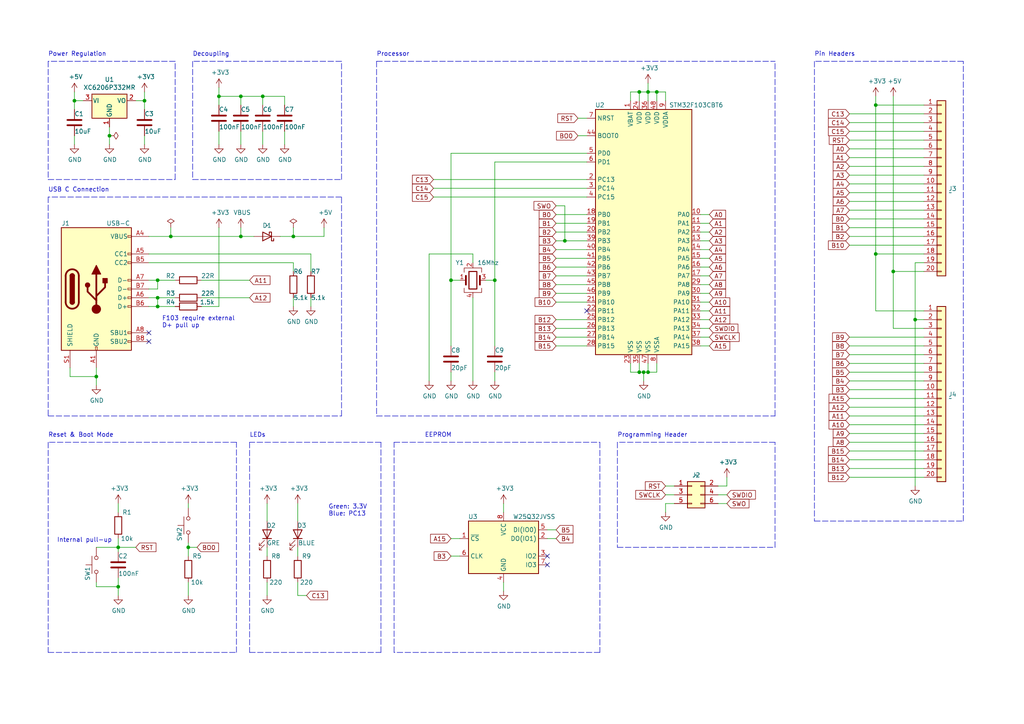
<source format=kicad_sch>
(kicad_sch (version 20250114) (generator "eeschema") (generator_version "9.0")
  (paper "A4")
  (title_block (title "Green Pill") (rev "e") (company "Lars Boegild Thomsen") (comment 1 "STM32 Development Board") (comment 2 "lbthomsen@gmail.com"))
  (text "Decoupling" (at 55.88 16.51 0) (effects (font (size 1.27 1.27)) (justify left bottom)))
  (text "Green: 3.3V\nBlue: PC13" (at 95.25 149.86 0) (effects (font (size 1.27 1.27)) (justify left bottom)))
  (text "Processor" (at 109.22 16.51 0) (effects (font (size 1.27 1.27)) (justify left bottom)))
  (text "Reset & Boot Mode" (at 13.97 127 0) (effects (font (size 1.27 1.27)) (justify left bottom)))
  (text "USB C Connection" (at 13.97 55.88 0) (effects (font (size 1.27 1.27)) (justify left bottom)))
  (text "Internal pull-up" (at 16.51 157.48 0) (effects (font (size 1.27 1.27)) (justify left bottom)))
  (text "Power Regulation" (at 13.97 16.51 0) (effects (font (size 1.27 1.27)) (justify left bottom)))
  (text "Pin Headers" (at 236.22 16.51 0) (effects (font (size 1.27 1.27)) (justify left bottom)))
  (text "F103 require external\nD+ pull up" (at 46.99 95.25 0) (effects (font (size 1.27 1.27)) (justify left bottom)))
  (text "Programming Header" (at 179.07 127 0) (effects (font (size 1.27 1.27)) (justify left bottom)))
  (text "LEDs" (at 72.39 127 0) (effects (font (size 1.27 1.27)) (justify left bottom)))
  (text "EEPROM" (at 123.19 127 0) (effects (font (size 1.27 1.27)) (justify left bottom)))
  (junction (at 45.72 86.36))
  (junction (at 143.51 81.28))
  (junction (at 45.72 88.9))
  (junction (at 186.69 107.95))
  (junction (at 265.43 92.71))
  (junction (at 259.08 78.74))
  (junction (at 63.5 27.94))
  (junction (at 54.61 158.75))
  (junction (at 185.42 107.95))
  (junction (at 41.91 29.21))
  (junction (at 69.85 68.58))
  (junction (at 163.83 69.85))
  (junction (at 34.29 158.75))
  (junction (at 130.81 81.28))
  (junction (at 21.59 29.21))
  (junction (at 45.72 81.28))
  (junction (at 254 30.48))
  (junction (at 187.96 107.95))
  (junction (at 31.75 39.37))
  (junction (at 27.94 109.22))
  (junction (at 190.5 26.67))
  (junction (at 185.42 26.67))
  (junction (at 69.85 27.94))
  (junction (at 85.09 68.58))
  (junction (at 187.96 26.67))
  (junction (at 49.53 68.58))
  (junction (at 76.2 27.94))
  (junction (at 254 73.66))
  (junction (at 34.29 170.18))
  (no_connect (at 43.18 99.06))
  (no_connect (at 170.18 90.17))
  (no_connect (at 158.75 161.29))
  (no_connect (at 158.75 163.83))
  (no_connect (at 330.2 161.29))
  (no_connect (at 43.18 96.52))
  (wire (pts (xy 69.85 68.58) (xy 73.66 68.58)))
  (wire (pts (xy 143.51 107.95) (xy 143.51 110.49)))
  (wire (pts (xy 161.29 59.69) (xy 163.83 59.69)))
  (wire (pts (xy 85.09 68.58) (xy 93.98 68.58)))
  (wire (pts (xy 77.47 172.72) (xy 77.47 168.91)))
  (wire (pts (xy 205.74 80.01) (xy 203.2 80.01)))
  (wire (pts (xy 45.72 81.28) (xy 50.8 81.28)))
  (wire (pts (xy 254 73.66) (xy 254 90.17)))
  (wire (pts (xy 190.5 107.95) (xy 190.5 105.41)))
  (wire (pts (xy 203.2 72.39) (xy 205.74 72.39)))
  (polyline (pts (xy 279.4 151.13) (xy 279.4 17.78)) (stroke (width 0) (type dash)))
  (polyline (pts (xy 114.3 128.27) (xy 173.99 128.27)) (stroke (width 0) (type dash)))
  (wire (pts (xy 85.09 76.2) (xy 43.18 76.2)))
  (wire (pts (xy 163.83 69.85) (xy 161.29 69.85)))
  (wire (pts (xy 45.72 88.9) (xy 45.72 86.36)))
  (wire (pts (xy 246.38 66.04) (xy 267.97 66.04)))
  (wire (pts (xy 208.28 140.97) (xy 210.82 140.97)))
  (polyline (pts (xy 13.97 52.07) (xy 50.8 52.07)) (stroke (width 0) (type dash)))
  (wire (pts (xy 185.42 29.21) (xy 185.42 26.67)))
  (wire (pts (xy 193.04 146.05) (xy 195.58 146.05)))
  (wire (pts (xy 267.97 63.5) (xy 246.38 63.5)))
  (wire (pts (xy 54.61 146.05) (xy 54.61 147.32)))
  (wire (pts (xy 140.97 81.28) (xy 143.51 81.28)))
  (wire (pts (xy 161.29 92.71) (xy 170.18 92.71)))
  (polyline (pts (xy 50.8 17.78) (xy 13.97 17.78)) (stroke (width 0) (type dash)))
  (wire (pts (xy 54.61 158.75) (xy 54.61 161.29)))
  (wire (pts (xy 246.38 40.64) (xy 267.97 40.64)))
  (wire (pts (xy 246.38 71.12) (xy 267.97 71.12)))
  (wire (pts (xy 54.61 168.91) (xy 54.61 172.72)))
  (wire (pts (xy 77.47 161.29) (xy 77.47 158.75)))
  (wire (pts (xy 57.15 158.75) (xy 54.61 158.75)))
  (wire (pts (xy 203.2 85.09) (xy 205.74 85.09)))
  (wire (pts (xy 190.5 29.21) (xy 190.5 26.67)))
  (wire (pts (xy 182.88 26.67) (xy 185.42 26.67)))
  (wire (pts (xy 254 90.17) (xy 267.97 90.17)))
  (polyline (pts (xy 173.99 189.23) (xy 114.3 189.23)) (stroke (width 0) (type dash)))
  (wire (pts (xy 45.72 86.36) (xy 50.8 86.36)))
  (wire (pts (xy 203.2 62.23) (xy 205.74 62.23)))
  (wire (pts (xy 203.2 67.31) (xy 205.74 67.31)))
  (wire (pts (xy 41.91 29.21) (xy 41.91 26.67)))
  (wire (pts (xy 133.35 156.21) (xy 130.81 156.21)))
  (wire (pts (xy 130.81 161.29) (xy 133.35 161.29)))
  (wire (pts (xy 49.53 66.04) (xy 49.53 68.58)))
  (wire (pts (xy 146.05 146.05) (xy 146.05 148.59)))
  (wire (pts (xy 267.97 92.71) (xy 265.43 92.71)))
  (wire (pts (xy 246.38 128.27) (xy 267.97 128.27)))
  (wire (pts (xy 69.85 30.48) (xy 69.85 27.94)))
  (wire (pts (xy 170.18 100.33) (xy 161.29 100.33)))
  (wire (pts (xy 246.38 100.33) (xy 267.97 100.33)))
  (wire (pts (xy 72.39 81.28) (xy 58.42 81.28)))
  (wire (pts (xy 193.04 148.59) (xy 193.04 146.05)))
  (wire (pts (xy 187.96 24.13) (xy 187.96 26.67)))
  (wire (pts (xy 43.18 83.82) (xy 45.72 83.82)))
  (wire (pts (xy 27.94 170.18) (xy 34.29 170.18)))
  (polyline (pts (xy 99.06 120.65) (xy 99.06 57.15)) (stroke (width 0) (type dash)))
  (wire (pts (xy 186.69 110.49) (xy 186.69 107.95)))
  (wire (pts (xy 161.29 77.47) (xy 170.18 77.47)))
  (wire (pts (xy 267.97 35.56) (xy 246.38 35.56)))
  (wire (pts (xy 254 30.48) (xy 254 73.66)))
  (wire (pts (xy 158.75 156.21) (xy 161.29 156.21)))
  (wire (pts (xy 267.97 102.87) (xy 246.38 102.87)))
  (polyline (pts (xy 224.79 128.27) (xy 179.07 128.27)) (stroke (width 0) (type dash)))
  (wire (pts (xy 246.38 123.19) (xy 267.97 123.19)))
  (wire (pts (xy 45.72 86.36) (xy 43.18 86.36)))
  (wire (pts (xy 185.42 26.67) (xy 187.96 26.67)))
  (wire (pts (xy 161.29 67.31) (xy 170.18 67.31)))
  (wire (pts (xy 161.29 72.39) (xy 170.18 72.39)))
  (wire (pts (xy 69.85 66.04) (xy 69.85 68.58)))
  (wire (pts (xy 43.18 68.58) (xy 49.53 68.58)))
  (wire (pts (xy 143.51 46.99) (xy 170.18 46.99)))
  (wire (pts (xy 125.73 57.15) (xy 170.18 57.15)))
  (wire (pts (xy 125.73 52.07) (xy 170.18 52.07)))
  (polyline (pts (xy 13.97 120.65) (xy 99.06 120.65)) (stroke (width 0) (type dash)))
  (polyline (pts (xy 109.22 17.78) (xy 224.79 17.78)) (stroke (width 0) (type dash)))
  (polyline (pts (xy 236.22 151.13) (xy 279.4 151.13)) (stroke (width 0) (type dash)))
  (wire (pts (xy 76.2 30.48) (xy 76.2 27.94)))
  (wire (pts (xy 77.47 151.13) (xy 77.47 146.05)))
  (polyline (pts (xy 279.4 17.78) (xy 236.22 17.78)) (stroke (width 0) (type dash)))
  (wire (pts (xy 41.91 31.75) (xy 41.91 29.21)))
  (wire (pts (xy 86.36 168.91) (xy 86.36 172.72)))
  (wire (pts (xy 85.09 78.74) (xy 85.09 76.2)))
  (wire (pts (xy 76.2 27.94) (xy 82.55 27.94)))
  (wire (pts (xy 246.38 120.65) (xy 267.97 120.65)))
  (wire (pts (xy 205.74 92.71) (xy 203.2 92.71)))
  (wire (pts (xy 187.96 29.21) (xy 187.96 26.67)))
  (wire (pts (xy 246.38 105.41) (xy 267.97 105.41)))
  (wire (pts (xy 265.43 76.2) (xy 267.97 76.2)))
  (wire (pts (xy 246.38 138.43) (xy 267.97 138.43)))
  (polyline (pts (xy 224.79 120.65) (xy 224.79 17.78)) (stroke (width 0) (type dash)))
  (wire (pts (xy 267.97 118.11) (xy 246.38 118.11)))
  (wire (pts (xy 137.16 73.66) (xy 124.46 73.66)))
  (wire (pts (xy 185.42 105.41) (xy 185.42 107.95)))
  (wire (pts (xy 63.5 41.91) (xy 63.5 38.1)))
  (wire (pts (xy 50.8 88.9) (xy 45.72 88.9)))
  (wire (pts (xy 146.05 168.91) (xy 146.05 171.45)))
  (wire (pts (xy 86.36 172.72) (xy 88.9 172.72)))
  (polyline (pts (xy 99.06 52.07) (xy 99.06 17.78)) (stroke (width 0) (type dash)))
  (polyline (pts (xy 99.06 57.15) (xy 13.97 57.15)) (stroke (width 0) (type dash)))
  (wire (pts (xy 267.97 55.88) (xy 246.38 55.88)))
  (wire (pts (xy 182.88 105.41) (xy 182.88 107.95)))
  (polyline (pts (xy 173.99 128.27) (xy 173.99 189.23)) (stroke (width 0) (type dash)))
  (wire (pts (xy 170.18 69.85) (xy 163.83 69.85)))
  (wire (pts (xy 205.74 64.77) (xy 203.2 64.77)))
  (wire (pts (xy 86.36 158.75) (xy 86.36 161.29)))
  (wire (pts (xy 43.18 81.28) (xy 45.72 81.28)))
  (wire (pts (xy 63.5 27.94) (xy 69.85 27.94)))
  (wire (pts (xy 254 73.66) (xy 267.97 73.66)))
  (wire (pts (xy 246.38 110.49) (xy 267.97 110.49)))
  (wire (pts (xy 246.38 58.42) (xy 267.97 58.42)))
  (wire (pts (xy 69.85 27.94) (xy 76.2 27.94)))
  (wire (pts (xy 170.18 44.45) (xy 130.81 44.45)))
  (polyline (pts (xy 236.22 17.78) (xy 236.22 151.13)) (stroke (width 0) (type dash)))
  (wire (pts (xy 203.2 77.47) (xy 205.74 77.47)))
  (wire (pts (xy 187.96 26.67) (xy 190.5 26.67)))
  (wire (pts (xy 246.38 60.96) (xy 267.97 60.96)))
  (wire (pts (xy 143.51 81.28) (xy 143.51 46.99)))
  (wire (pts (xy 167.64 34.29) (xy 170.18 34.29)))
  (wire (pts (xy 246.38 53.34) (xy 267.97 53.34)))
  (polyline (pts (xy 99.06 17.78) (xy 55.88 17.78)) (stroke (width 0) (type dash)))
  (polyline (pts (xy 13.97 128.27) (xy 13.97 189.23)) (stroke (width 0) (type dash)))
  (wire (pts (xy 124.46 73.66) (xy 124.46 110.49)))
  (wire (pts (xy 63.5 66.04) (xy 63.5 88.9)))
  (wire (pts (xy 190.5 26.67) (xy 193.04 26.67)))
  (wire (pts (xy 161.29 64.77) (xy 170.18 64.77)))
  (polyline (pts (xy 55.88 17.78) (xy 55.88 52.07)) (stroke (width 0) (type dash)))
  (wire (pts (xy 246.38 97.79) (xy 267.97 97.79)))
  (polyline (pts (xy 109.22 17.78) (xy 109.22 120.65)) (stroke (width 0) (type dash)))
  (wire (pts (xy 267.97 135.89) (xy 246.38 135.89)))
  (wire (pts (xy 267.97 78.74) (xy 259.08 78.74)))
  (wire (pts (xy 86.36 146.05) (xy 86.36 151.13)))
  (wire (pts (xy 34.29 158.75) (xy 34.29 160.02)))
  (wire (pts (xy 193.04 26.67) (xy 193.04 29.21)))
  (wire (pts (xy 246.38 107.95) (xy 267.97 107.95)))
  (wire (pts (xy 130.81 107.95) (xy 130.81 110.49)))
  (wire (pts (xy 20.32 106.68) (xy 20.32 109.22)))
  (wire (pts (xy 203.2 100.33) (xy 205.74 100.33)))
  (wire (pts (xy 41.91 41.91) (xy 41.91 39.37)))
  (wire (pts (xy 125.73 54.61) (xy 170.18 54.61)))
  (wire (pts (xy 267.97 43.18) (xy 246.38 43.18)))
  (wire (pts (xy 69.85 41.91) (xy 69.85 38.1)))
  (wire (pts (xy 90.17 73.66) (xy 90.17 78.74)))
  (polyline (pts (xy 179.07 158.75) (xy 224.79 158.75)) (stroke (width 0) (type dash)))
  (polyline (pts (xy 110.49 128.27) (xy 72.39 128.27)) (stroke (width 0) (type dash)))
  (wire (pts (xy 187.96 105.41) (xy 187.96 107.95)))
  (wire (pts (xy 267.97 50.8) (xy 246.38 50.8)))
  (wire (pts (xy 34.29 172.72) (xy 34.29 170.18)))
  (wire (pts (xy 161.29 82.55) (xy 170.18 82.55)))
  (polyline (pts (xy 50.8 52.07) (xy 50.8 17.78)) (stroke (width 0) (type dash)))
  (wire (pts (xy 27.94 106.68) (xy 27.94 109.22)))
  (polyline (pts (xy 68.58 189.23) (xy 68.58 128.27)) (stroke (width 0) (type dash)))
  (wire (pts (xy 203.2 90.17) (xy 205.74 90.17)))
  (wire (pts (xy 210.82 140.97) (xy 210.82 138.43)))
  (wire (pts (xy 210.82 146.05) (xy 208.28 146.05)))
  (wire (pts (xy 54.61 157.48) (xy 54.61 158.75)))
  (wire (pts (xy 170.18 62.23) (xy 161.29 62.23)))
  (wire (pts (xy 167.64 39.37) (xy 170.18 39.37)))
  (wire (pts (xy 133.35 81.28) (xy 130.81 81.28)))
  (wire (pts (xy 21.59 41.91) (xy 21.59 39.37)))
  (wire (pts (xy 81.28 68.58) (xy 85.09 68.58)))
  (wire (pts (xy 246.38 33.02) (xy 267.97 33.02)))
  (wire (pts (xy 185.42 107.95) (xy 186.69 107.95)))
  (wire (pts (xy 34.29 170.18) (xy 34.29 167.64)))
  (wire (pts (xy 161.29 87.63) (xy 170.18 87.63)))
  (wire (pts (xy 259.08 78.74) (xy 259.08 95.25)))
  (wire (pts (xy 246.38 48.26) (xy 267.97 48.26)))
  (wire (pts (xy 182.88 107.95) (xy 185.42 107.95)))
  (polyline (pts (xy 110.49 189.23) (xy 110.49 128.27)) (stroke (width 0) (type dash)))
  (wire (pts (xy 63.5 30.48) (xy 63.5 27.94)))
  (wire (pts (xy 27.94 109.22) (xy 27.94 111.76)))
  (wire (pts (xy 45.72 83.82) (xy 45.72 81.28)))
  (wire (pts (xy 43.18 88.9) (xy 45.72 88.9)))
  (wire (pts (xy 193.04 143.51) (xy 195.58 143.51)))
  (polyline (pts (xy 72.39 128.27) (xy 72.39 189.23)) (stroke (width 0) (type dash)))
  (wire (pts (xy 63.5 27.94) (xy 63.5 25.4)))
  (wire (pts (xy 31.75 39.37) (xy 31.75 36.83)))
  (polyline (pts (xy 13.97 57.15) (xy 13.97 120.65)) (stroke (width 0) (type dash)))
  (wire (pts (xy 210.82 143.51) (xy 208.28 143.51)))
  (wire (pts (xy 34.29 146.05) (xy 34.29 148.59)))
  (wire (pts (xy 21.59 29.21) (xy 24.13 29.21)))
  (wire (pts (xy 49.53 68.58) (xy 69.85 68.58)))
  (wire (pts (xy 246.38 113.03) (xy 267.97 113.03)))
  (wire (pts (xy 246.38 38.1) (xy 267.97 38.1)))
  (wire (pts (xy 170.18 95.25) (xy 161.29 95.25)))
  (wire (pts (xy 27.94 168.91) (xy 27.94 170.18)))
  (polyline (pts (xy 13.97 17.78) (xy 13.97 52.07)) (stroke (width 0) (type dash)))
  (wire (pts (xy 205.74 69.85) (xy 203.2 69.85)))
  (wire (pts (xy 203.2 95.25) (xy 205.74 95.25)))
  (wire (pts (xy 20.32 109.22) (xy 27.94 109.22)))
  (wire (pts (xy 39.37 158.75) (xy 34.29 158.75)))
  (wire (pts (xy 205.74 74.93) (xy 203.2 74.93)))
  (polyline (pts (xy 179.07 128.27) (xy 179.07 158.75)) (stroke (width 0) (type dash)))
  (polyline (pts (xy 55.88 52.07) (xy 99.06 52.07)) (stroke (width 0) (type dash)))
  (wire (pts (xy 246.38 45.72) (xy 267.97 45.72)))
  (polyline (pts (xy 109.22 120.65) (xy 224.79 120.65)) (stroke (width 0) (type dash)))
  (wire (pts (xy 161.29 97.79) (xy 170.18 97.79)))
  (wire (pts (xy 85.09 86.36) (xy 85.09 88.9)))
  (wire (pts (xy 34.29 156.21) (xy 34.29 158.75)))
  (wire (pts (xy 259.08 95.25) (xy 267.97 95.25)))
  (wire (pts (xy 143.51 81.28) (xy 143.51 100.33)))
  (wire (pts (xy 205.74 97.79) (xy 203.2 97.79)))
  (wire (pts (xy 246.38 68.58) (xy 267.97 68.58)))
  (wire (pts (xy 63.5 88.9) (xy 58.42 88.9)))
  (wire (pts (xy 254 30.48) (xy 267.97 30.48)))
  (wire (pts (xy 130.81 81.28) (xy 130.81 100.33)))
  (wire (pts (xy 93.98 68.58) (xy 93.98 66.04)))
  (wire (pts (xy 187.96 107.95) (xy 190.5 107.95)))
  (wire (pts (xy 170.18 74.93) (xy 161.29 74.93)))
  (wire (pts (xy 259.08 27.94) (xy 259.08 78.74)))
  (wire (pts (xy 85.09 66.04) (xy 85.09 68.58)))
  (wire (pts (xy 170.18 80.01) (xy 161.29 80.01)))
  (wire (pts (xy 82.55 41.91) (xy 82.55 38.1)))
  (wire (pts (xy 76.2 41.91) (xy 76.2 38.1)))
  (wire (pts (xy 186.69 107.95) (xy 187.96 107.95)))
  (wire (pts (xy 254 27.94) (xy 254 30.48)))
  (wire (pts (xy 182.88 29.21) (xy 182.88 26.67)))
  (wire (pts (xy 170.18 85.09) (xy 161.29 85.09)))
  (wire (pts (xy 246.38 125.73) (xy 267.97 125.73)))
  (wire (pts (xy 130.81 44.45) (xy 130.81 81.28)))
  (wire (pts (xy 31.75 41.91) (xy 31.75 39.37)))
  (polyline (pts (xy 114.3 189.23) (xy 114.3 128.27)) (stroke (width 0) (type dash)))
  (wire (pts (xy 161.29 153.67) (xy 158.75 153.67)))
  (wire (pts (xy 82.55 27.94) (xy 82.55 30.48)))
  (wire (pts (xy 193.04 140.97) (xy 195.58 140.97)))
  (wire (pts (xy 163.83 59.69) (xy 163.83 69.85)))
  (wire (pts (xy 246.38 133.35) (xy 267.97 133.35)))
  (wire (pts (xy 205.74 87.63) (xy 203.2 87.63)))
  (polyline (pts (xy 72.39 189.23) (xy 110.49 189.23)) (stroke (width 0) (type dash)))
  (wire (pts (xy 265.43 76.2) (xy 265.43 92.71)))
  (polyline (pts (xy 224.79 158.75) (xy 224.79 128.27)) (stroke (width 0) (type dash)))
  (polyline (pts (xy 68.58 128.27) (xy 13.97 128.27)) (stroke (width 0) (type dash)))
  (wire (pts (xy 265.43 92.71) (xy 265.43 140.97)))
  (wire (pts (xy 43.18 73.66) (xy 90.17 73.66)))
  (wire (pts (xy 246.38 115.57) (xy 267.97 115.57)))
  (wire (pts (xy 137.16 76.2) (xy 137.16 73.66)))
  (wire (pts (xy 72.39 86.36) (xy 58.42 86.36)))
  (wire (pts (xy 21.59 29.21) (xy 21.59 26.67)))
  (wire (pts (xy 27.94 158.75) (xy 34.29 158.75)))
  (wire (pts (xy 246.38 130.81) (xy 267.97 130.81)))
  (wire (pts (xy 137.16 110.49) (xy 137.16 86.36)))
  (polyline (pts (xy 13.97 189.23) (xy 68.58 189.23)) (stroke (width 0) (type dash)))
  (wire (pts (xy 39.37 29.21) (xy 41.91 29.21)))
  (wire (pts (xy 203.2 82.55) (xy 205.74 82.55)))
  (wire (pts (xy 90.17 88.9) (xy 90.17 86.36)))
  (wire (pts (xy 21.59 31.75) (xy 21.59 29.21)))
  (global_label "C14" (shape input) (at 246.38 35.56 180) (property "Intersheetrefs" "${INTERSHEET_REFS}" (effects (hide yes))))
  (global_label "B4" (shape input) (at 246.38 110.49 180) (property "Intersheetrefs" "${INTERSHEET_REFS}" (effects (hide yes))))
  (global_label "B14" (shape input) (at 246.38 133.35 180) (property "Intersheetrefs" "${INTERSHEET_REFS}" (effects (hide yes))))
  (global_label "B0" (shape input) (at 161.29 62.23 180) (property "Intersheetrefs" "${INTERSHEET_REFS}" (effects (hide yes))))
  (global_label "A5" (shape input) (at 205.74 74.93 0) (property "Intersheetrefs" "${INTERSHEET_REFS}" (effects (hide yes))))
  (global_label "B4" (shape input) (at 161.29 72.39 180) (property "Intersheetrefs" "${INTERSHEET_REFS}" (effects (hide yes))))
  (global_label "A12" (shape input) (at 246.38 118.11 180) (property "Intersheetrefs" "${INTERSHEET_REFS}" (effects (hide yes))))
  (global_label "C14" (shape input) (at 125.73 54.61 180) (property "Intersheetrefs" "${INTERSHEET_REFS}" (effects (hide yes))))
  (global_label "A15" (shape input) (at 246.38 115.57 180) (property "Intersheetrefs" "${INTERSHEET_REFS}" (effects (hide yes))))
  (global_label "A11" (shape input) (at 205.74 90.17 0) (property "Intersheetrefs" "${INTERSHEET_REFS}" (effects (hide yes))))
  (global_label "B5" (shape input) (at 246.38 107.95 180) (property "Intersheetrefs" "${INTERSHEET_REFS}" (effects (hide yes))))
  (global_label "B12" (shape input) (at 246.38 138.43 180) (property "Intersheetrefs" "${INTERSHEET_REFS}" (effects (hide yes))))
  (global_label "B2" (shape input) (at 161.29 67.31 180) (property "Intersheetrefs" "${INTERSHEET_REFS}" (effects (hide yes))))
  (global_label "A2" (shape input) (at 246.38 48.26 180) (property "Intersheetrefs" "${INTERSHEET_REFS}" (effects (hide yes))))
  (global_label "B8" (shape input) (at 246.38 100.33 180) (property "Intersheetrefs" "${INTERSHEET_REFS}" (effects (hide yes))))
  (global_label "B7" (shape input) (at 161.29 80.01 180) (property "Intersheetrefs" "${INTERSHEET_REFS}" (effects (hide yes))))
  (global_label "B5" (shape input) (at 161.29 153.67 0) (property "Intersheetrefs" "${INTERSHEET_REFS}" (effects (hide yes))))
  (global_label "SWCLK" (shape input) (at 193.04 143.51 180) (property "Intersheetrefs" "${INTERSHEET_REFS}" (effects (hide yes))))
  (global_label "B13" (shape input) (at 161.29 95.25 180) (property "Intersheetrefs" "${INTERSHEET_REFS}" (effects (hide yes))))
  (global_label "C13" (shape input) (at 88.9 172.72 0) (property "Intersheetrefs" "${INTERSHEET_REFS}" (effects (hide yes))))
  (global_label "A3" (shape input) (at 205.74 69.85 0) (property "Intersheetrefs" "${INTERSHEET_REFS}" (effects (hide yes))))
  (global_label "A12" (shape input) (at 72.39 86.36 0) (property "Intersheetrefs" "${INTERSHEET_REFS}" (effects (hide yes))))
  (global_label "SWDIO" (shape input) (at 205.74 95.25 0) (property "Intersheetrefs" "${INTERSHEET_REFS}" (effects (hide yes))))
  (global_label "B6" (shape input) (at 246.38 105.41 180) (property "Intersheetrefs" "${INTERSHEET_REFS}" (effects (hide yes))))
  (global_label "A8" (shape input) (at 205.74 82.55 0) (property "Intersheetrefs" "${INTERSHEET_REFS}" (effects (hide yes))))
  (global_label "A1" (shape input) (at 205.74 64.77 0) (property "Intersheetrefs" "${INTERSHEET_REFS}" (effects (hide yes))))
  (global_label "A15" (shape input) (at 130.81 156.21 180) (property "Intersheetrefs" "${INTERSHEET_REFS}" (effects (hide yes))))
  (global_label "C15" (shape input) (at 246.38 38.1 180) (property "Intersheetrefs" "${INTERSHEET_REFS}" (effects (hide yes))))
  (global_label "A8" (shape input) (at 246.38 128.27 180) (property "Intersheetrefs" "${INTERSHEET_REFS}" (effects (hide yes))))
  (global_label "B1" (shape input) (at 161.29 64.77 180) (property "Intersheetrefs" "${INTERSHEET_REFS}" (effects (hide yes))))
  (global_label "A1" (shape input) (at 246.38 45.72 180) (property "Intersheetrefs" "${INTERSHEET_REFS}" (effects (hide yes))))
  (global_label "A7" (shape input) (at 246.38 60.96 180) (property "Intersheetrefs" "${INTERSHEET_REFS}" (effects (hide yes))))
  (global_label "B7" (shape input) (at 246.38 102.87 180) (property "Intersheetrefs" "${INTERSHEET_REFS}" (effects (hide yes))))
  (global_label "C15" (shape input) (at 125.73 57.15 180) (property "Intersheetrefs" "${INTERSHEET_REFS}" (effects (hide yes))))
  (global_label "B12" (shape input) (at 161.29 92.71 180) (property "Intersheetrefs" "${INTERSHEET_REFS}" (effects (hide yes))))
  (global_label "A9" (shape input) (at 246.38 125.73 180) (property "Intersheetrefs" "${INTERSHEET_REFS}" (effects (hide yes))))
  (global_label "A4" (shape input) (at 246.38 53.34 180) (property "Intersheetrefs" "${INTERSHEET_REFS}" (effects (hide yes))))
  (global_label "B3" (shape input) (at 130.81 161.29 180) (property "Intersheetrefs" "${INTERSHEET_REFS}" (effects (hide yes))))
  (global_label "A11" (shape input) (at 72.39 81.28 0) (property "Intersheetrefs" "${INTERSHEET_REFS}" (effects (hide yes))))
  (global_label "BO0" (shape input) (at 167.64 39.37 180) (property "Intersheetrefs" "${INTERSHEET_REFS}" (effects (hide yes))))
  (global_label "RST" (shape input) (at 246.38 40.64 180) (property "Intersheetrefs" "${INTERSHEET_REFS}" (effects (hide yes))))
  (global_label "C13" (shape input) (at 125.73 52.07 180) (property "Intersheetrefs" "${INTERSHEET_REFS}" (effects (hide yes))))
  (global_label "A9" (shape input) (at 205.74 85.09 0) (property "Intersheetrefs" "${INTERSHEET_REFS}" (effects (hide yes))))
  (global_label "SWCLK" (shape input) (at 205.74 97.79 0) (property "Intersheetrefs" "${INTERSHEET_REFS}" (effects (hide yes))))
  (global_label "A10" (shape input) (at 205.74 87.63 0) (property "Intersheetrefs" "${INTERSHEET_REFS}" (effects (hide yes))))
  (global_label "B10" (shape input) (at 246.38 71.12 180) (property "Intersheetrefs" "${INTERSHEET_REFS}" (effects (hide yes))))
  (global_label "SWO" (shape input) (at 161.29 59.69 180) (property "Intersheetrefs" "${INTERSHEET_REFS}" (effects (hide yes))))
  (global_label "RST" (shape input) (at 193.04 140.97 180) (property "Intersheetrefs" "${INTERSHEET_REFS}" (effects (hide yes))))
  (global_label "A7" (shape input) (at 205.74 80.01 0) (property "Intersheetrefs" "${INTERSHEET_REFS}" (effects (hide yes))))
  (global_label "A2" (shape input) (at 205.74 67.31 0) (property "Intersheetrefs" "${INTERSHEET_REFS}" (effects (hide yes))))
  (global_label "A12" (shape input) (at 205.74 92.71 0) (property "Intersheetrefs" "${INTERSHEET_REFS}" (effects (hide yes))))
  (global_label "A6" (shape input) (at 246.38 58.42 180) (property "Intersheetrefs" "${INTERSHEET_REFS}" (effects (hide yes))))
  (global_label "A15" (shape input) (at 205.74 100.33 0) (property "Intersheetrefs" "${INTERSHEET_REFS}" (effects (hide yes))))
  (global_label "A0" (shape input) (at 246.38 43.18 180) (property "Intersheetrefs" "${INTERSHEET_REFS}" (effects (hide yes))))
  (global_label "B13" (shape input) (at 246.38 135.89 180) (property "Intersheetrefs" "${INTERSHEET_REFS}" (effects (hide yes))))
  (global_label "SWO" (shape input) (at 210.82 146.05 0) (property "Intersheetrefs" "${INTERSHEET_REFS}" (effects (hide yes))))
  (global_label "A5" (shape input) (at 246.38 55.88 180) (property "Intersheetrefs" "${INTERSHEET_REFS}" (effects (hide yes))))
  (global_label "RST" (shape input) (at 167.64 34.29 180) (property "Intersheetrefs" "${INTERSHEET_REFS}" (effects (hide yes))))
  (global_label "A0" (shape input) (at 205.74 62.23 0) (property "Intersheetrefs" "${INTERSHEET_REFS}" (effects (hide yes))))
  (global_label "A10" (shape input) (at 246.38 123.19 180) (property "Intersheetrefs" "${INTERSHEET_REFS}" (effects (hide yes))))
  (global_label "B9" (shape input) (at 246.38 97.79 180) (property "Intersheetrefs" "${INTERSHEET_REFS}" (effects (hide yes))))
  (global_label "B5" (shape input) (at 161.29 74.93 180) (property "Intersheetrefs" "${INTERSHEET_REFS}" (effects (hide yes))))
  (global_label "A11" (shape input) (at 246.38 120.65 180) (property "Intersheetrefs" "${INTERSHEET_REFS}" (effects (hide yes))))
  (global_label "SWDIO" (shape input) (at 210.82 143.51 0) (property "Intersheetrefs" "${INTERSHEET_REFS}" (effects (hide yes))))
  (global_label "B9" (shape input) (at 161.29 85.09 180) (property "Intersheetrefs" "${INTERSHEET_REFS}" (effects (hide yes))))
  (global_label "B15" (shape input) (at 246.38 130.81 180) (property "Intersheetrefs" "${INTERSHEET_REFS}" (effects (hide yes))))
  (global_label "B14" (shape input) (at 161.29 97.79 180) (property "Intersheetrefs" "${INTERSHEET_REFS}" (effects (hide yes))))
  (global_label "C13" (shape input) (at 246.38 33.02 180) (property "Intersheetrefs" "${INTERSHEET_REFS}" (effects (hide yes))))
  (global_label "B0" (shape input) (at 246.38 63.5 180) (property "Intersheetrefs" "${INTERSHEET_REFS}" (effects (hide yes))))
  (global_label "BO0" (shape input) (at 57.15 158.75 0) (property "Intersheetrefs" "${INTERSHEET_REFS}" (effects (hide yes))))
  (global_label "B15" (shape input) (at 161.29 100.33 180) (property "Intersheetrefs" "${INTERSHEET_REFS}" (effects (hide yes))))
  (global_label "B4" (shape input) (at 161.29 156.21 0) (property "Intersheetrefs" "${INTERSHEET_REFS}" (effects (hide yes))))
  (global_label "B8" (shape input) (at 161.29 82.55 180) (property "Intersheetrefs" "${INTERSHEET_REFS}" (effects (hide yes))))
  (global_label "B2" (shape input) (at 246.38 68.58 180) (property "Intersheetrefs" "${INTERSHEET_REFS}" (effects (hide yes))))
  (global_label "B1" (shape input) (at 246.38 66.04 180) (property "Intersheetrefs" "${INTERSHEET_REFS}" (effects (hide yes))))
  (global_label "B3" (shape input) (at 246.38 113.03 180) (property "Intersheetrefs" "${INTERSHEET_REFS}" (effects (hide yes))))
  (global_label "B3" (shape input) (at 161.29 69.85 180) (property "Intersheetrefs" "${INTERSHEET_REFS}" (effects (hide yes))))
  (global_label "A6" (shape input) (at 205.74 77.47 0) (property "Intersheetrefs" "${INTERSHEET_REFS}" (effects (hide yes))))
  (global_label "B10" (shape input) (at 161.29 87.63 180) (property "Intersheetrefs" "${INTERSHEET_REFS}" (effects (hide yes))))
  (global_label "A4" (shape input) (at 205.74 72.39 0) (property "Intersheetrefs" "${INTERSHEET_REFS}" (effects (hide yes))))
  (global_label "A3" (shape input) (at 246.38 50.8 180) (property "Intersheetrefs" "${INTERSHEET_REFS}" (effects (hide yes))))
  (global_label "RST" (shape input) (at 39.37 158.75 0) (property "Intersheetrefs" "${INTERSHEET_REFS}" (effects (hide yes))))
  (global_label "B6" (shape input) (at 161.29 77.47 180) (property "Intersheetrefs" "${INTERSHEET_REFS}" (effects (hide yes))))
  (symbol (lib_id "Device:LED") (at 77.47 154.94 270) (mirror x) (unit 1)
    (property "Reference" "D2" (at 80.01 152.4 90) (effects (justify right)))
    (property "Value" "GRE" (at 81.28 157.48 90) (effects (justify right)))
    (property "Footprint" "LED_SMD:LED_0603_1608Metric" (effects (hide yes)))
    (property "LCSC" "C72043" (effects (hide yes)))
  )
  (symbol (lib_id "MCU_ST_STM32F1:STM32F103C8Tx") (at 187.96 67.31 0) (unit 1)
    (property "Reference" "U2" (at 173.99 30.48 0))
    (property "Value" "STM32F103CBT6" (at 201.93 30.48 0))
    (property "Footprint" "Package_QFP:LQFP-48_7x7mm_P0.5mm" (effects (hide yes)))
    (property "Datasheet" "http://www.st.com/st-web-ui/static/active/en/resource/technical/document/datasheet/CD00161566.pdf" (effects (hide yes)))
    (property "LCSC" "C8304" (effects (hide yes)))
  )
  (symbol (lib_id "Device:C") (at 63.5 34.29 0) (unit 1)
    (property "Reference" "C4" (at 63.5 31.75 0) (effects (justify left)))
    (property "Value" "100nF" (at 63.5 36.83 0) (effects (justify left)))
    (property "Footprint" "Capacitor_SMD:C_0402_1005Metric" (effects (hide yes)))
    (property "LCSC" "C1525" (effects (hide yes)))
  )
  (symbol (lib_id "Device:C") (at 21.59 35.56 0) (unit 1)
    (property "Reference" "C1" (at 21.59 33.02 0) (effects (justify left)))
    (property "Value" "10uF" (at 21.59 38.1 0) (effects (justify left)))
    (property "Footprint" "Capacitor_SMD:C_0603_1608Metric" (effects (hide yes)))
    (property "LCSC" "C19702" (effects (hide yes)))
  )
  (symbol (lib_id "Device:R") (at 34.29 152.4 0) (unit 1)
    (property "Reference" "R1" (at 36.83 148.59 0))
    (property "Value" "10k" (at 36.83 156.21 0))
    (property "Footprint" "Resistor_SMD:R_0402_1005Metric" (effects (hide yes)))
    (property "LCSC" "C25744" (effects (hide yes)))
  )
  (symbol (lib_id "Device:D_Schottky") (at 77.47 68.58 180) (unit 1)
    (property "Reference" "D1" (at 77.47 65.405 0))
    (property "Value" "~" (at 77.47 65.3796 0))
    (property "Footprint" "Diode_SMD:D_SOD-123" (effects (hide yes)))
    (property "LCSC" "C8598" (effects (hide yes)))
  )
  (symbol (lib_id "power:GND") (at 77.47 172.72 0) (unit 1)
    (property "Reference" "#PWR021" (effects (hide yes)))
    (property "Value" "GND" (at 77.597 177.1142 0))
  )
  (symbol (lib_id "Device:C") (at 41.91 35.56 0) (unit 1)
    (property "Reference" "C3" (at 41.91 33.02 0) (effects (justify left)))
    (property "Value" "10uF" (at 41.91 38.1 0) (effects (justify left)))
    (property "Footprint" "Capacitor_SMD:C_0603_1608Metric" (effects (hide yes)))
    (property "LCSC" "C19702" (effects (hide yes)))
  )
  (symbol (lib_id "Device:C") (at 69.85 34.29 0) (unit 1)
    (property "Reference" "C5" (at 69.85 31.75 0) (effects (justify left)))
    (property "Value" "100nF" (at 69.85 36.83 0) (effects (justify left)))
    (property "Footprint" "Capacitor_SMD:C_0402_1005Metric" (effects (hide yes)))
    (property "LCSC" "C1525" (effects (hide yes)))
  )
  (symbol (lib_id "Device:C") (at 76.2 34.29 0) (unit 1)
    (property "Reference" "C6" (at 76.2 31.75 0) (effects (justify left)))
    (property "Value" "100nF" (at 76.2 36.83 0) (effects (justify left)))
    (property "Footprint" "Capacitor_SMD:C_0402_1005Metric" (effects (hide yes)))
    (property "LCSC" "C1525" (effects (hide yes)))
  )
  (symbol (lib_id "Device:C") (at 82.55 34.29 0) (unit 1)
    (property "Reference" "C7" (at 82.55 31.75 0) (effects (justify left)))
    (property "Value" "100nF" (at 82.55 36.83 0) (effects (justify left)))
    (property "Footprint" "Capacitor_SMD:C_0402_1005Metric" (effects (hide yes)))
    (property "LCSC" "C1525" (effects (hide yes)))
  )
  (symbol (lib_id "greenpill:USB_C_Receptacle_USB2.0") (at 27.94 83.82 0) (unit 1)
    (property "Reference" "J1" (at 19.05 64.77 0))
    (property "Value" "USB-C" (at 34.29 64.77 0))
    (property "Footprint" "greenpill:USB_C_Receptacle_HRO_TYPE-C-31-M-12" (effects (hide yes)))
    (property "Datasheet" "https://datasheet.lcsc.com/szlcsc/1811131825_Korean-Hroparts-Elec-TYPE-C-31-M-12_C165948.pdf" (effects (hide yes)))
    (property "LCSC" "C165948" (effects (hide yes)))
  )
  (symbol (lib_id "Connector_Generic:Conn_01x20") (at 273.05 53.34 0) (unit 1)
    (property "Reference" "J3" (at 275.082 54.7116 0) (effects (justify left)))
    (property "Value" "~" (at 275.082 55.8546 0) (effects (justify left)))
    (property "Footprint" "Connector_PinHeader_2.54mm:PinHeader_1x20_P2.54mm_Vertical" (effects (hide yes)))
  )
  (symbol (lib_id "Connector_Generic:Conn_01x20") (at 273.05 113.03 0) (unit 1)
    (property "Reference" "J4" (at 275.082 114.4016 0) (effects (justify left)))
    (property "Value" "~" (at 275.082 115.5446 0) (effects (justify left)))
    (property "Footprint" "Connector_PinHeader_2.54mm:PinHeader_1x20_P2.54mm_Vertical" (effects (hide yes)))
  )
  (symbol (lib_id "Device:R") (at 90.17 82.55 0) (unit 1)
    (property "Reference" "R7" (at 90.17 78.74 0) (effects (justify left)))
    (property "Value" "5.1k" (at 90.17 86.36 0) (effects (justify left)))
    (property "Footprint" "Resistor_SMD:R_0402_1005Metric" (effects (hide yes)))
    (property "LCSC" "C25905" (effects (hide yes)))
  )
  (symbol (lib_id "power:GND") (at 85.09 88.9 0) (unit 1)
    (property "Reference" "#PWR016" (effects (hide yes)))
    (property "Value" "GND" (at 85.217 93.2942 0))
  )
  (symbol (lib_id "power:+3.3V") (at 254 27.94 0) (unit 1)
    (property "Reference" "#PWR032" (effects (hide yes)))
    (property "Value" "+3V3" (at 254.381 23.5458 0))
  )
  (symbol (lib_id "power:GND") (at 90.17 88.9 0) (unit 1)
    (property "Reference" "#PWR018" (effects (hide yes)))
    (property "Value" "GND" (at 90.297 93.2942 0))
  )
  (symbol (lib_id "Device:R") (at 86.36 165.1 0) (unit 1)
    (property "Reference" "R9" (at 88.9 161.29 0))
    (property "Value" "220" (at 88.9 168.91 0))
    (property "Footprint" "Resistor_SMD:R_0402_1005Metric" (effects (hide yes)))
    (property "LCSC" "C25091" (effects (hide yes)))
  )
  (symbol (lib_id "Device:LED") (at 86.36 154.94 270) (mirror x) (unit 1)
    (property "Reference" "D3" (at 88.9 152.4 90) (effects (justify right)))
    (property "Value" "BLUE" (at 91.44 157.48 90) (effects (justify right)))
    (property "Footprint" "LED_SMD:LED_0603_1608Metric" (effects (hide yes)))
    (property "LCSC" "C72041" (effects (hide yes)))
  )
  (symbol (lib_id "power:+3.3V") (at 86.36 146.05 0) (unit 1)
    (property "Reference" "#PWR023" (effects (hide yes)))
    (property "Value" "+3V3" (at 86.741 141.6558 0))
  )
  (symbol (lib_id "power:GND") (at 27.94 111.76 0) (unit 1)
    (property "Reference" "#PWR03" (effects (hide yes)))
    (property "Value" "GND" (at 28.067 116.1542 0))
  )
  (symbol (lib_id "power:GND") (at 21.59 41.91 0) (unit 1)
    (property "Reference" "#PWR02" (effects (hide yes)))
    (property "Value" "GND" (at 21.717 46.3042 0))
  )
  (symbol (lib_id "power:GND") (at 31.75 41.91 0) (unit 1)
    (property "Reference" "#PWR04" (effects (hide yes)))
    (property "Value" "GND" (at 31.877 46.3042 0))
  )
  (symbol (lib_id "power:GND") (at 41.91 41.91 0) (unit 1)
    (property "Reference" "#PWR08" (effects (hide yes)))
    (property "Value" "GND" (at 42.037 46.3042 0))
  )
  (symbol (lib_id "power:GND") (at 63.5 41.91 0) (unit 1)
    (property "Reference" "#PWR014" (effects (hide yes)))
    (property "Value" "GND" (at 63.627 46.3042 0))
  )
  (symbol (lib_id "power:GND") (at 69.85 41.91 0) (unit 1)
    (property "Reference" "#PWR015" (effects (hide yes)))
    (property "Value" "GND" (at 69.977 46.3042 0))
  )
  (symbol (lib_id "power:GND") (at 76.2 41.91 0) (unit 1)
    (property "Reference" "#PWR017" (effects (hide yes)))
    (property "Value" "GND" (at 76.327 46.3042 0))
  )
  (symbol (lib_id "power:GND") (at 82.55 41.91 0) (unit 1)
    (property "Reference" "#PWR019" (effects (hide yes)))
    (property "Value" "GND" (at 82.677 46.3042 0))
  )
  (symbol (lib_id "power:+3.3V") (at 63.5 25.4 0) (unit 1)
    (property "Reference" "#PWR013" (effects (hide yes)))
    (property "Value" "+3V3" (at 63.881 21.0058 0))
  )
  (symbol (lib_id "power:+3.3V") (at 187.96 24.13 0) (unit 1)
    (property "Reference" "#PWR031" (effects (hide yes)))
    (property "Value" "+3V3" (at 188.341 19.7358 0))
  )
  (symbol (lib_id "power:GND") (at 186.69 110.49 0) (unit 1)
    (property "Reference" "#PWR030" (effects (hide yes)))
    (property "Value" "GND" (at 186.817 114.8842 0))
  )
  (symbol (lib_id "power:GND") (at 265.43 140.97 0) (unit 1)
    (property "Reference" "#PWR035" (effects (hide yes)))
    (property "Value" "GND" (at 265.557 145.3642 0))
  )
  (symbol (lib_id "Device:R") (at 85.09 82.55 0) (unit 1)
    (property "Reference" "R6" (at 85.09 78.74 0) (effects (justify left)))
    (property "Value" "5.1k" (at 85.09 86.36 0) (effects (justify left)))
    (property "Footprint" "Resistor_SMD:R_0402_1005Metric" (effects (hide yes)))
    (property "LCSC" "C25905" (effects (hide yes)))
  )
  (symbol (lib_id "power:+3.3V") (at 77.47 146.05 0) (unit 1)
    (property "Reference" "#PWR020" (effects (hide yes)))
    (property "Value" "+3V3" (at 77.851 141.6558 0))
  )
  (symbol (lib_id "Device:C") (at 130.81 104.14 0) (unit 1)
    (property "Reference" "C8" (at 130.81 101.6 0) (effects (justify left)))
    (property "Value" "20pF" (at 130.81 106.68 0) (effects (justify left)))
    (property "Footprint" "Capacitor_SMD:C_0402_1005Metric" (effects (hide yes)))
    (property "LCSC" "C1554" (effects (hide yes)))
  )
  (symbol (lib_id "Device:C") (at 143.51 104.14 0) (unit 1)
    (property "Reference" "C9" (at 143.51 101.6 0) (effects (justify left)))
    (property "Value" "20pF" (at 143.51 106.68 0) (effects (justify left)))
    (property "Footprint" "Capacitor_SMD:C_0402_1005Metric" (effects (hide yes)))
    (property "LCSC" "C1554" (effects (hide yes)))
  )
  (symbol (lib_id "power:GND") (at 130.81 110.49 0) (unit 1)
    (property "Reference" "#PWR024" (effects (hide yes)))
    (property "Value" "GND" (at 130.937 114.8842 0))
  )
  (symbol (lib_id "power:GND") (at 143.51 110.49 0) (unit 1)
    (property "Reference" "#PWR025" (effects (hide yes)))
    (property "Value" "GND" (at 143.637 114.8842 0))
  )
  (symbol (lib_id "Switch:SW_Push") (at 54.61 152.4 90) (unit 1)
    (property "Reference" "SW2" (at 52.07 154.94 0))
    (property "Value" "TS-1088R-02526" (effects (hide yes)))
    (property "Footprint" "greenpill:TS-1088R-02526" (effects (hide yes)))
    (property "Datasheet" "https://datasheet.lcsc.com/szlcsc/1912111437_XUNPU-TS-1088R-02526_C455281.pdf" (effects (hide yes)))
    (property "LCSC" "C455281" (effects (hide yes)))
  )
  (symbol (lib_id "power:+3.3V") (at 54.61 146.05 0) (unit 1)
    (property "Reference" "#PWR09" (effects (hide yes)))
    (property "Value" "+3V3" (at 54.991 141.6558 0))
  )
  (symbol (lib_id "power:VBUS") (at 69.85 66.04 0) (unit 1)
    (property "Reference" "#PWR012" (effects (hide yes)))
    (property "Value" "VBUS" (at 70.231 61.6458 0))
  )
  (symbol (lib_id "power:+5V") (at 93.98 66.04 0) (unit 1)
    (property "Reference" "#PWR022" (effects (hide yes)))
    (property "Value" "+5V" (at 94.361 61.6458 0))
  )
  (symbol (lib_id "power:+3.3V") (at 210.82 138.43 0) (unit 1)
    (property "Reference" "#PWR026" (effects (hide yes)))
    (property "Value" "+3V3" (at 211.201 134.0358 0))
  )
  (symbol (lib_id "power:GND") (at 193.04 148.59 0) (unit 1)
    (property "Reference" "#PWR027" (effects (hide yes)))
    (property "Value" "GND" (at 193.167 152.9842 0))
  )
  (symbol (lib_id "Regulator_Linear:XC6206PxxxMR") (at 31.75 29.21 0) (unit 1)
    (property "Reference" "U1" (at 31.75 23.0632 0))
    (property "Value" "XC6206P332MR" (at 31.75 25.3746 0))
    (property "Footprint" "Package_TO_SOT_SMD:SOT-23" (effects (hide yes)))
    (property "Datasheet" "https://www.torexsemi.com/file/xc6206/XC6206.pdf" (effects (hide yes)))
    (property "LCSC" "C5446" (effects (hide yes)))
  )
  (symbol (lib_id "Switch:SW_Push") (at 27.94 163.83 90) (unit 1)
    (property "Reference" "SW1" (at 25.4 166.37 0))
    (property "Value" "TS-1088R-02526" (effects (hide yes)))
    (property "Footprint" "greenpill:TS-1088R-02526" (effects (hide yes)))
    (property "Datasheet" "https://datasheet.lcsc.com/szlcsc/1912111437_XUNPU-TS-1088R-02526_C455281.pdf" (effects (hide yes)))
    (property "LCSC" "C455281" (effects (hide yes)))
  )
  (symbol (lib_id "power:GND") (at 34.29 172.72 0) (unit 1)
    (property "Reference" "#PWR06" (effects (hide yes)))
    (property "Value" "GND" (at 34.417 177.1142 0))
  )
  (symbol (lib_id "Device:C") (at 34.29 163.83 0) (unit 1)
    (property "Reference" "C2" (at 34.29 161.29 0) (effects (justify left)))
    (property "Value" "100nF" (at 34.29 166.37 0) (effects (justify left)))
    (property "Footprint" "Capacitor_SMD:C_0402_1005Metric" (effects (hide yes)))
    (property "LCSC" "C1525" (effects (hide yes)))
  )
  (symbol (lib_id "power:+5V") (at 21.59 26.67 0) (unit 1)
    (property "Reference" "#PWR01" (effects (hide yes)))
    (property "Value" "+5V" (at 21.971 22.2758 0))
  )
  (symbol (lib_id "power:+3.3V") (at 41.91 26.67 0) (unit 1)
    (property "Reference" "#PWR07" (effects (hide yes)))
    (property "Value" "+3V3" (at 42.291 22.2758 0))
  )
  (symbol (lib_id "Device:R") (at 54.61 81.28 90) (unit 1)
    (property "Reference" "R2" (at 50.8 80.01 90) (effects (justify left)))
    (property "Value" "22R" (at 62.23 80.01 90) (effects (justify left)))
    (property "Footprint" "Resistor_SMD:R_0402_1005Metric" (effects (hide yes)))
    (property "LCSC" "C25092" (effects (hide yes)))
  )
  (symbol (lib_id "Device:R") (at 54.61 86.36 90) (unit 1)
    (property "Reference" "R3" (at 50.8 85.09 90) (effects (justify left)))
    (property "Value" "22R" (at 62.23 85.09 90) (effects (justify left)))
    (property "Footprint" "Resistor_SMD:R_0402_1005Metric" (effects (hide yes)))
    (property "LCSC" "C25092" (effects (hide yes)))
  )
  (symbol (lib_id "Device:R") (at 77.47 165.1 0) (unit 1)
    (property "Reference" "R8" (at 80.01 161.29 0))
    (property "Value" "220" (at 80.01 168.91 0))
    (property "Footprint" "Resistor_SMD:R_0402_1005Metric" (effects (hide yes)))
    (property "LCSC" "C25091" (effects (hide yes)))
  )
  (symbol (lib_id "power:GND") (at 54.61 172.72 0) (unit 1)
    (property "Reference" "#PWR010" (effects (hide yes)))
    (property "Value" "GND" (at 54.737 177.1142 0))
  )
  (symbol (lib_id "Device:R") (at 54.61 88.9 90) (unit 1)
    (property "Reference" "R4" (at 50.8 87.63 90) (effects (justify left)))
    (property "Value" "1.5k" (at 62.23 87.63 90) (effects (justify left)))
    (property "Footprint" "Resistor_SMD:R_0402_1005Metric" (effects (hide yes)))
    (property "LCSC" "C25867" (effects (hide yes)))
  )
  (symbol (lib_id "power:+3.3V") (at 34.29 146.05 0) (unit 1)
    (property "Reference" "#PWR05" (effects (hide yes)))
    (property "Value" "+3V3" (at 34.671 141.6558 0))
  )
  (symbol (lib_id "power:+5V") (at 259.08 27.94 0) (unit 1)
    (property "Reference" "#PWR033" (effects (hide yes)))
    (property "Value" "+5V" (at 259.461 23.5458 0))
  )
  (symbol (lib_id "power:PWR_FLAG") (at 49.53 66.04 0) (unit 1)
    (property "Reference" "#FLG02" (effects (hide yes)))
    (property "Value" "PWR_FLAG" (effects (hide yes)))
  )
  (symbol (lib_id "Device:R") (at 54.61 165.1 0) (unit 1)
    (property "Reference" "R5" (at 57.15 161.29 0))
    (property "Value" "10k" (at 57.15 168.91 0))
    (property "Footprint" "Resistor_SMD:R_0402_1005Metric" (effects (hide yes)))
    (property "LCSC" "C25744" (effects (hide yes)))
  )
  (symbol (lib_id "power:PWR_FLAG") (at 31.75 39.37 270) (unit 1)
    (property "Reference" "#FLG01" (effects (hide yes)))
    (property "Value" "PWR_FLAG" (effects (hide yes)))
  )
  (symbol (lib_id "power:PWR_FLAG") (at 85.09 66.04 0) (unit 1)
    (property "Reference" "#FLG03" (effects (hide yes)))
    (property "Value" "PWR_FLAG" (effects (hide yes)))
  )
  (symbol (lib_id "Connector_Generic:Conn_02x03_Odd_Even") (at 200.66 143.51 0) (unit 1)
    (property "Reference" "J2" (at 201.93 137.795 0))
    (property "Value" "~" (at 201.93 137.7696 0))
    (property "Footprint" "Connector_PinHeader_2.54mm:PinHeader_2x03_P2.54mm_Horizontal" (effects (hide yes)))
  )
  (symbol (lib_id "Device:Crystal_GND24") (at 137.16 81.28 0) (unit 1)
    (property "Reference" "Y1" (at 132.08 76.2 0) (effects (justify left)))
    (property "Value" "16Mhz" (at 138.43 76.2 0) (effects (justify left)))
    (property "Footprint" "Crystal:Crystal_SMD_3225-4Pin_3.2x2.5mm" (effects (hide yes)))
    (property "LCSC" "C13738" (effects (hide yes)))
  )
  (symbol (lib_id "power:GND") (at 137.16 110.49 0) (unit 1)
    (property "Reference" "#PWR0101" (effects (hide yes)))
    (property "Value" "GND" (at 137.287 114.8842 0))
  )
  (symbol (lib_id "power:GND") (at 124.46 110.49 0) (unit 1)
    (property "Reference" "#PWR0102" (effects (hide yes)))
    (property "Value" "GND" (at 124.587 114.8842 0))
  )
  (symbol (lib_id "power:+3.3V") (at 63.5 66.04 0) (unit 1)
    (property "Reference" "#PWR0103" (effects (hide yes)))
    (property "Value" "+3V3" (at 63.881 61.6458 0))
  )
  (symbol (lib_id "Memory_Flash:W25Q32JVSS") (at 146.05 158.75 0) (unit 1)
    (property "Reference" "U3" (at 137.16 149.86 0))
    (property "Value" "W25Q32JVSS" (at 154.94 149.86 0))
    (property "Footprint" "Package_SO:SOIC-8_5.23x5.23mm_P1.27mm" (effects (hide yes)))
    (property "Datasheet" "http://www.winbond.com/resource-files/w25q32jv%20revg%2003272018%20plus.pdf" (effects (hide yes)))
  )
  (symbol (lib_id "power:GND") (at 146.05 171.45 0) (unit 1)
    (property "Reference" "#PWR0104" (effects (hide yes)))
    (property "Value" "GND" (at 146.177 175.8442 0))
  )
  (symbol (lib_id "power:+3.3V") (at 146.05 146.05 0) (unit 1)
    (property "Reference" "#PWR0105" (effects (hide yes)))
    (property "Value" "+3V3" (at 146.431 141.6558 0))
  )
)
</source>
